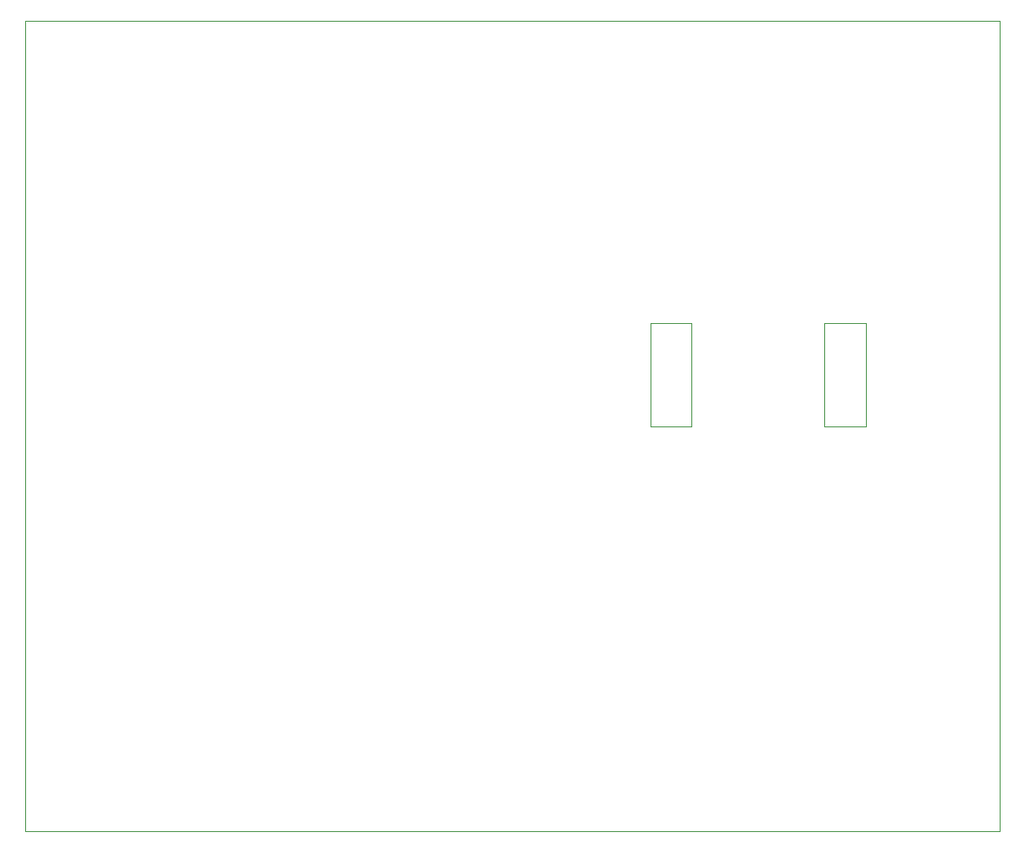
<source format=gbr>
%TF.GenerationSoftware,KiCad,Pcbnew,(6.0.0)*%
%TF.CreationDate,2022-06-20T15:54:39+02:00*%
%TF.ProjectId,PulseOximeter,50756c73-654f-4786-996d-657465722e6b,rev?*%
%TF.SameCoordinates,Original*%
%TF.FileFunction,Profile,NP*%
%FSLAX46Y46*%
G04 Gerber Fmt 4.6, Leading zero omitted, Abs format (unit mm)*
G04 Created by KiCad (PCBNEW (6.0.0)) date 2022-06-20 15:54:39*
%MOMM*%
%LPD*%
G01*
G04 APERTURE LIST*
%TA.AperFunction,Profile*%
%ADD10C,0.100000*%
%TD*%
G04 APERTURE END LIST*
D10*
X137950000Y-87500000D02*
X141950000Y-87500000D01*
X141950000Y-87500000D02*
X141950000Y-97500000D01*
X141950000Y-97500000D02*
X137950000Y-97500000D01*
X137950000Y-97500000D02*
X137950000Y-87500000D01*
X154950000Y-87500000D02*
X158950000Y-87500000D01*
X158950000Y-87500000D02*
X158950000Y-97500000D01*
X158950000Y-97500000D02*
X154950000Y-97500000D01*
X154950000Y-97500000D02*
X154950000Y-87500000D01*
X77000000Y-58000000D02*
X77000000Y-137000000D01*
X172000000Y-137000000D02*
X77000000Y-137000000D01*
X172000000Y-58000000D02*
X172000000Y-137000000D01*
X77000000Y-58000000D02*
X172000000Y-58000000D01*
M02*

</source>
